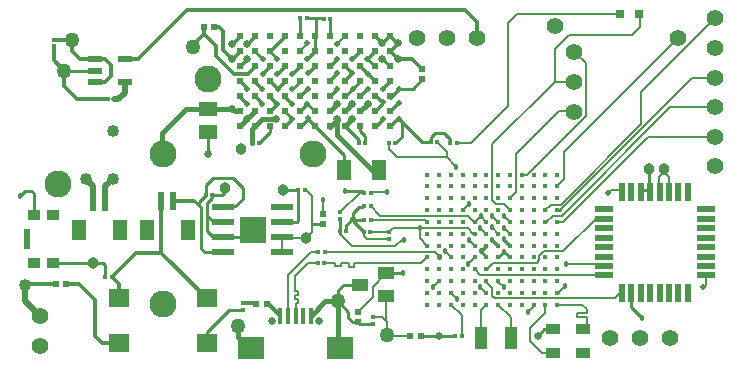
<source format=gtl>
G04 Layer_Physical_Order=1*
G04 Layer_Color=255*
%FSLAX43Y43*%
%MOMM*%
G71*
G01*
G75*
%ADD10R,0.360X0.340*%
%ADD11R,0.340X0.360*%
%ADD12R,1.210X0.590*%
%ADD13C,0.450*%
%ADD14R,1.143X0.889*%
%ADD15R,1.400X1.000*%
%ADD16R,0.550X1.700*%
%ADD17R,1.000X0.900*%
%ADD18R,1.150X1.820*%
%ADD19R,1.200X1.800*%
%ADD20R,0.600X1.550*%
%ADD21R,1.100X1.900*%
%ADD22R,1.670X1.555*%
%ADD23R,0.600X0.540*%
%ADD24R,0.540X0.600*%
%ADD25C,0.610*%
%ADD26R,1.500X1.300*%
%ADD27R,2.300X1.900*%
%ADD28R,0.400X1.400*%
%ADD29R,1.500X0.550*%
%ADD30R,0.550X1.500*%
%ADD31R,1.905X0.559*%
%ADD32R,2.286X2.286*%
%ADD33R,0.800X0.800*%
%ADD34C,0.152*%
%ADD35C,0.254*%
%ADD36C,0.305*%
%ADD37C,0.381*%
%ADD38C,0.508*%
%ADD39C,0.203*%
%ADD40C,1.397*%
%ADD41C,1.270*%
%ADD42C,0.650*%
%ADD43C,2.286*%
%ADD44C,1.016*%
%ADD45C,0.457*%
%ADD46C,0.965*%
%ADD47C,0.508*%
%ADD48C,0.635*%
D10*
X-59284Y28449D02*
D03*
Y27889D02*
D03*
X-30937Y12142D02*
D03*
Y11582D02*
D03*
X-35077Y13259D02*
D03*
Y13819D02*
D03*
X-43282Y5563D02*
D03*
Y6123D02*
D03*
X-32258Y4953D02*
D03*
Y4393D02*
D03*
D11*
X-54737Y23393D02*
D03*
X-54177D02*
D03*
X-36397Y9500D02*
D03*
X-36372Y10465D02*
D03*
X-27375Y19761D02*
D03*
X-26815D02*
D03*
X-38049Y15697D02*
D03*
X-38609D02*
D03*
X-46432Y15291D02*
D03*
X-45872D02*
D03*
X-25189Y19736D02*
D03*
X-25749D02*
D03*
X-25325Y3353D02*
D03*
X-24765D02*
D03*
X-36932Y10465D02*
D03*
X-36957Y9500D02*
D03*
X-54407Y8382D02*
D03*
X-54967D02*
D03*
X-35079Y12268D02*
D03*
X-34519D02*
D03*
X-32435Y15494D02*
D03*
X-32995D02*
D03*
X-30371Y19660D02*
D03*
X-30931D02*
D03*
X-36449Y30226D02*
D03*
X-35889D02*
D03*
X-33478Y19660D02*
D03*
X-32918D02*
D03*
X-42494Y19685D02*
D03*
X-41934D02*
D03*
X-37897Y30251D02*
D03*
X-38457D02*
D03*
X-33020Y13157D02*
D03*
X-32460D02*
D03*
X-32511Y12141D02*
D03*
X-33071D02*
D03*
X-32461Y14326D02*
D03*
X-33021D02*
D03*
D12*
X-53274Y26782D02*
D03*
X-55784Y24882D02*
D03*
Y25832D02*
D03*
X-53274Y24882D02*
D03*
X-55784Y26782D02*
D03*
D13*
X-16673Y6011D02*
D03*
Y7011D02*
D03*
Y8011D02*
D03*
Y9011D02*
D03*
Y10011D02*
D03*
Y11011D02*
D03*
Y12011D02*
D03*
Y13011D02*
D03*
X-17673Y6011D02*
D03*
Y7011D02*
D03*
Y8011D02*
D03*
Y9011D02*
D03*
Y10011D02*
D03*
Y11011D02*
D03*
Y12011D02*
D03*
Y13011D02*
D03*
X-18673Y6011D02*
D03*
Y7011D02*
D03*
Y8011D02*
D03*
Y9011D02*
D03*
Y10011D02*
D03*
Y11011D02*
D03*
Y12011D02*
D03*
Y13011D02*
D03*
X-19673Y6011D02*
D03*
Y7011D02*
D03*
Y8011D02*
D03*
Y9011D02*
D03*
Y10011D02*
D03*
Y11011D02*
D03*
Y12011D02*
D03*
Y13011D02*
D03*
X-20673Y6011D02*
D03*
Y7011D02*
D03*
Y8011D02*
D03*
Y9011D02*
D03*
Y10011D02*
D03*
Y11011D02*
D03*
Y12011D02*
D03*
Y13011D02*
D03*
X-21673Y6011D02*
D03*
Y7011D02*
D03*
Y8011D02*
D03*
Y9011D02*
D03*
Y10011D02*
D03*
Y11011D02*
D03*
Y12011D02*
D03*
Y13011D02*
D03*
X-22673Y6011D02*
D03*
Y7011D02*
D03*
Y8011D02*
D03*
Y9011D02*
D03*
Y10011D02*
D03*
Y11011D02*
D03*
Y12011D02*
D03*
Y13011D02*
D03*
X-23673Y6011D02*
D03*
Y7011D02*
D03*
Y8011D02*
D03*
Y9011D02*
D03*
Y10011D02*
D03*
Y11011D02*
D03*
Y12011D02*
D03*
Y13011D02*
D03*
X-24673Y6011D02*
D03*
Y7011D02*
D03*
Y8011D02*
D03*
Y9011D02*
D03*
Y10011D02*
D03*
Y11011D02*
D03*
Y12011D02*
D03*
Y13011D02*
D03*
X-25673Y6011D02*
D03*
Y7011D02*
D03*
Y8011D02*
D03*
Y9011D02*
D03*
Y10011D02*
D03*
Y11011D02*
D03*
Y12011D02*
D03*
Y13011D02*
D03*
X-26673Y6011D02*
D03*
Y7011D02*
D03*
Y8011D02*
D03*
Y9011D02*
D03*
Y10011D02*
D03*
Y11011D02*
D03*
Y12011D02*
D03*
Y13011D02*
D03*
X-27673Y6011D02*
D03*
Y7011D02*
D03*
Y8011D02*
D03*
Y9011D02*
D03*
Y10011D02*
D03*
Y11011D02*
D03*
Y12011D02*
D03*
Y13011D02*
D03*
X-16673Y14011D02*
D03*
X-17673D02*
D03*
X-18673D02*
D03*
X-19673D02*
D03*
X-20673D02*
D03*
X-21673D02*
D03*
X-22673D02*
D03*
X-23673D02*
D03*
X-24673D02*
D03*
X-25673D02*
D03*
X-26673D02*
D03*
X-27673D02*
D03*
X-16673Y15011D02*
D03*
X-17673D02*
D03*
X-18673D02*
D03*
X-19673D02*
D03*
X-20673D02*
D03*
X-21673D02*
D03*
X-22673D02*
D03*
X-23673D02*
D03*
X-24673D02*
D03*
X-25673D02*
D03*
X-26673D02*
D03*
X-27673D02*
D03*
X-16673Y16011D02*
D03*
X-17673D02*
D03*
X-18673D02*
D03*
X-19673D02*
D03*
X-20673D02*
D03*
X-21673D02*
D03*
X-22673D02*
D03*
X-23673D02*
D03*
X-24673D02*
D03*
X-25673D02*
D03*
X-26673D02*
D03*
X-27673D02*
D03*
X-16673Y17011D02*
D03*
X-17673D02*
D03*
X-18673D02*
D03*
X-19673D02*
D03*
X-20673D02*
D03*
X-21673D02*
D03*
X-22673D02*
D03*
X-23673D02*
D03*
X-24673D02*
D03*
X-25673D02*
D03*
X-26673D02*
D03*
X-27673D02*
D03*
D14*
X-17043Y3962D02*
D03*
X-14503D02*
D03*
X-17043Y1930D02*
D03*
X-14503D02*
D03*
D15*
X-33366Y7706D02*
D03*
X-31166Y8656D02*
D03*
Y6756D02*
D03*
D16*
X-61598Y11582D02*
D03*
D17*
X-60973Y13632D02*
D03*
X-59373D02*
D03*
Y9532D02*
D03*
X-60973D02*
D03*
D18*
X-31752Y17374D02*
D03*
X-34722D02*
D03*
D19*
X-57161Y12294D02*
D03*
X-53670D02*
D03*
X-51395Y12370D02*
D03*
X-47904D02*
D03*
D20*
X-55947Y14728D02*
D03*
X-54947Y14728D02*
D03*
X-50181Y14804D02*
D03*
X-49181Y14804D02*
D03*
D21*
X-23099Y3175D02*
D03*
X-20599D02*
D03*
D22*
X-46330Y2733D02*
D03*
Y6563D02*
D03*
X-53746Y2723D02*
D03*
Y6553D02*
D03*
D23*
X-33553Y5383D02*
D03*
Y4523D02*
D03*
X-36525Y12852D02*
D03*
Y13712D02*
D03*
X-28092Y25932D02*
D03*
Y25072D02*
D03*
D24*
X-29105Y3378D02*
D03*
X-28245D02*
D03*
X-58244Y7722D02*
D03*
X-59104D02*
D03*
X-41279Y6045D02*
D03*
X-42139D02*
D03*
X-45722Y29540D02*
D03*
X-46582D02*
D03*
D25*
X-30836Y28753D02*
D03*
Y27483D02*
D03*
Y26213D02*
D03*
Y24943D02*
D03*
Y23673D02*
D03*
Y22403D02*
D03*
X-32106Y28753D02*
D03*
Y27483D02*
D03*
Y26213D02*
D03*
Y24943D02*
D03*
Y23673D02*
D03*
Y22403D02*
D03*
X-33376Y28753D02*
D03*
Y27483D02*
D03*
Y26213D02*
D03*
Y24943D02*
D03*
Y23673D02*
D03*
Y22403D02*
D03*
X-34646Y28753D02*
D03*
Y27483D02*
D03*
Y26213D02*
D03*
Y24943D02*
D03*
Y23673D02*
D03*
Y22403D02*
D03*
X-35916Y28753D02*
D03*
Y27483D02*
D03*
Y26213D02*
D03*
Y24943D02*
D03*
Y23673D02*
D03*
Y22403D02*
D03*
X-37186Y28753D02*
D03*
Y27483D02*
D03*
Y26213D02*
D03*
Y24943D02*
D03*
Y23673D02*
D03*
Y22403D02*
D03*
X-38456Y28753D02*
D03*
Y27483D02*
D03*
Y26213D02*
D03*
Y24943D02*
D03*
Y23673D02*
D03*
Y22403D02*
D03*
X-39726Y28753D02*
D03*
Y27483D02*
D03*
Y26213D02*
D03*
Y24943D02*
D03*
Y23673D02*
D03*
Y22403D02*
D03*
X-40996Y28753D02*
D03*
Y27483D02*
D03*
Y26213D02*
D03*
Y24943D02*
D03*
Y23673D02*
D03*
Y22403D02*
D03*
X-42266Y28753D02*
D03*
Y27483D02*
D03*
Y26213D02*
D03*
Y24943D02*
D03*
Y23673D02*
D03*
Y22403D02*
D03*
X-30836Y21133D02*
D03*
X-32106D02*
D03*
X-33376D02*
D03*
X-34646D02*
D03*
X-35916D02*
D03*
X-37186D02*
D03*
X-38456D02*
D03*
X-39726D02*
D03*
X-40996D02*
D03*
X-42266D02*
D03*
X-43536Y28753D02*
D03*
Y27483D02*
D03*
Y26213D02*
D03*
Y24943D02*
D03*
Y23673D02*
D03*
Y22403D02*
D03*
Y21133D02*
D03*
D26*
X-46203Y22565D02*
D03*
Y20665D02*
D03*
D27*
X-35061Y2337D02*
D03*
X-42561D02*
D03*
D28*
X-37511Y5087D02*
D03*
X-38161D02*
D03*
X-38811D02*
D03*
X-39461D02*
D03*
X-40111D02*
D03*
D29*
X-4107Y14078D02*
D03*
Y13278D02*
D03*
Y12478D02*
D03*
Y11678D02*
D03*
Y10878D02*
D03*
Y10078D02*
D03*
Y9278D02*
D03*
Y8478D02*
D03*
X-12707D02*
D03*
Y9278D02*
D03*
Y10078D02*
D03*
Y10878D02*
D03*
Y11678D02*
D03*
Y12478D02*
D03*
Y13278D02*
D03*
Y14078D02*
D03*
D30*
X-5607Y6978D02*
D03*
X-6407D02*
D03*
X-7207D02*
D03*
X-8007D02*
D03*
X-8807D02*
D03*
X-9607D02*
D03*
X-10407D02*
D03*
X-11207D02*
D03*
Y15578D02*
D03*
X-10407D02*
D03*
X-9607D02*
D03*
X-8807D02*
D03*
X-8007D02*
D03*
X-7207D02*
D03*
X-6407D02*
D03*
X-5607D02*
D03*
D31*
X-39980Y10439D02*
D03*
Y11709D02*
D03*
Y12979D02*
D03*
Y14249D02*
D03*
X-44958D02*
D03*
Y12979D02*
D03*
Y11709D02*
D03*
Y10439D02*
D03*
D32*
X-42469Y12344D02*
D03*
D33*
X-9716Y30658D02*
D03*
X-11366D02*
D03*
D34*
X-8014Y15578D02*
Y16853D01*
X-37986Y15761D02*
X-37440Y15215D01*
X-32511Y12141D02*
X-30937D01*
X-39954Y10312D02*
Y11684D01*
X-36500Y13712D02*
Y14910D01*
X-15951Y9437D02*
X-12707D01*
X-12126Y15737D02*
X-11207D01*
X-4114Y7672D02*
Y8637D01*
X-38437Y27494D02*
X-38430Y27483D01*
X-23099Y5585D02*
X-22673Y6011D01*
X-32309Y6628D02*
Y7513D01*
X-15850Y22377D02*
X-15367Y22860D01*
X-31166Y4623D02*
Y6756D01*
X-28321Y12497D02*
X-24257D01*
X-7645Y17247D02*
X-7214Y16815D01*
X-23705Y13011D02*
X-23673D01*
X-22174Y19583D02*
X-16866Y24892D01*
X-22174Y14834D02*
Y19583D01*
X-16866Y24892D02*
X-15240D01*
X-16891Y24917D02*
X-16866Y24892D01*
X-16891Y24917D02*
Y27635D01*
X-15646Y28880D02*
X-10338D01*
X-16891Y27635D02*
X-15646Y28880D01*
X-20066Y30632D02*
X-11328D01*
X-23933Y19736D02*
X-20853Y22816D01*
X-25189Y19736D02*
X-23933D01*
X-20853Y29845D02*
X-20066Y30632D01*
X-9703Y29515D02*
Y30607D01*
X-10338Y28880D02*
X-9703Y29515D01*
X-20853Y22816D02*
Y29845D01*
X-9550Y24054D02*
X-3327Y30277D01*
X-9550Y21311D02*
Y24054D01*
X-5232Y25197D02*
X-3327D01*
X-16418Y14011D02*
X-5232Y25197D01*
X-7087Y22758D02*
X-3353D01*
X-8966Y20218D02*
X-3353D01*
X-16383Y14478D02*
X-9550Y21311D01*
X-16173Y13011D02*
X-8966Y20218D01*
X-16307Y13538D02*
X-7087Y22758D01*
X-16673Y13011D02*
X-16173D01*
X-17069Y13538D02*
X-16307D01*
X-17596Y13011D02*
X-17069Y13538D01*
X-17206Y14478D02*
X-16383D01*
X-17673Y14011D02*
X-17206Y14478D01*
X-24673Y14062D02*
X-24181Y14554D01*
X-16673Y16011D02*
X-16078Y16606D01*
X-22174Y14834D02*
X-21844Y14503D01*
X-21165D02*
X-20673Y14011D01*
X-21844Y14503D02*
X-21165D01*
X-19209Y17011D02*
X-14275Y21946D01*
X-19673Y17011D02*
X-19209D01*
X-38437Y27494D02*
X-37897Y28035D01*
X-39726Y22377D02*
Y22403D01*
X-38456Y22352D02*
Y22403D01*
X-43536Y23622D02*
Y23673D01*
X-42266Y24892D02*
Y24943D01*
X-40996Y23622D02*
Y23673D01*
X-39726Y23597D02*
Y23673D01*
X-38456Y24892D02*
Y24943D01*
X-40996Y27457D02*
Y27483D01*
X-37186Y22352D02*
Y22403D01*
X-35916Y24943D02*
Y24994D01*
X-34646Y24943D02*
Y24994D01*
X-37186Y28753D02*
X-37135Y28804D01*
X-33376Y24917D02*
Y24943D01*
X-37897Y28035D02*
Y28143D01*
X-32106Y21133D02*
X-32029D01*
X-35916Y28753D02*
X-35889Y28779D01*
X-30861Y26213D02*
X-30836D01*
Y27483D02*
X-30810D01*
X-30226Y28143D02*
X-30175D01*
X-35306Y28118D02*
X-34671Y28753D01*
X-34646D01*
X-38456Y27483D02*
X-38430D01*
X-43536Y26213D02*
X-43510D01*
X-42951Y25578D02*
X-42901D01*
X-40335Y24282D02*
Y24333D01*
X-37821Y24308D02*
X-37795D01*
X-32106Y23673D02*
X-32055D01*
X-30150Y23089D02*
X-30099D01*
X-32131Y26213D02*
X-32106D01*
X-34646Y23673D02*
X-34620D01*
X-32741Y26822D02*
Y26848D01*
X-34061D02*
X-34011D01*
X-37211Y26213D02*
X-37186D01*
X-41605Y25578D02*
Y25603D01*
X-41631Y26848D02*
X-41605D01*
X-42926Y24308D02*
Y24333D01*
X-37236Y21133D02*
X-37186D01*
X-38456D02*
X-38405D01*
X-39116Y21742D02*
Y21768D01*
X-41681Y23012D02*
Y23089D01*
X-38457Y28754D02*
X-38456Y28753D01*
X-30251Y21717D02*
X-30074D01*
X-32460Y13157D02*
X-27819D01*
X-27673Y13011D01*
X-23099Y3175D02*
Y5585D01*
X-20599Y3175D02*
Y4938D01*
X-24765Y3353D02*
Y5104D01*
X-21673Y6011D02*
X-20599Y4938D01*
X-25673Y6011D02*
X-24765Y5104D01*
X-23673Y9011D02*
X-23196Y8534D01*
X-21673Y7957D02*
X-21209Y7493D01*
X-21184D01*
X-22673Y7941D02*
X-22174Y7442D01*
Y6782D02*
Y7442D01*
Y6782D02*
X-21946Y6553D01*
X-11798D01*
X-22612Y9011D02*
X-22073Y9550D01*
X-18415D01*
X-18186Y9779D01*
Y10135D01*
X-17805Y10516D01*
X-16611Y7011D02*
X-16002Y7620D01*
X-8014Y16853D02*
X-7645Y17221D01*
Y17247D01*
Y17501D01*
X-20673Y15011D02*
X-20168Y15517D01*
Y18771D01*
X-25673Y7011D02*
X-25171Y6510D01*
Y6502D02*
Y6510D01*
X-23673Y13011D02*
X-23666D01*
X-23165Y13513D01*
Y13503D02*
X-22673Y13011D01*
X-23165Y13503D02*
Y13513D01*
X-21673Y13011D02*
Y13011D01*
X-22174Y13513D02*
X-21673Y13011D01*
X-20682Y13011D02*
X-20673D01*
X-21184Y13513D02*
X-20682Y13011D01*
X-23772Y12011D02*
X-23673D01*
X-24257Y12497D02*
X-23772Y12011D01*
X-30937Y12142D02*
X-30583Y12497D01*
X-28321D01*
X-18999Y2972D02*
X-17958Y1930D01*
X-17043D01*
X-17673Y5340D02*
Y6011D01*
X-18999Y2972D02*
Y4013D01*
X-17673Y5340D01*
X-19177Y5359D02*
X-18673Y5864D01*
Y6011D01*
X-23190Y12522D02*
X-22679Y12011D01*
X-22200Y12548D02*
X-21673Y12021D01*
X-20673Y12011D02*
Y12011D01*
X-21184Y12522D02*
X-20673Y12011D01*
X-33071Y11862D02*
Y12141D01*
Y11862D02*
X-32791Y11582D01*
X-30937D01*
X-31166Y6756D02*
Y7163D01*
X-27178Y7518D02*
X-26685Y8011D01*
X-26162Y10516D02*
X-25673Y10026D01*
X-24206Y9478D02*
X-23673Y10011D01*
X-24155Y11494D02*
X-23673Y11011D01*
X-29820Y11506D02*
X-29616D01*
X-35079Y11990D02*
X-34036Y10947D01*
X-30378D01*
X-29820Y11506D01*
X-28321Y11660D02*
X-27673Y11011D01*
X-28321Y11660D02*
Y12497D01*
X-22683Y7011D02*
X-22673D01*
X-23190Y7518D02*
X-22683Y7011D01*
X-35077Y13819D02*
X-33402Y15494D01*
X-32995D01*
X-24206Y13513D02*
X-23705Y13011D01*
X-31648Y13513D02*
X-24206D01*
X-32461Y14326D02*
X-31648Y13513D01*
X-33553Y5383D02*
X-32309Y6628D01*
X-26815Y19761D02*
X-26010Y18956D01*
Y18491D02*
Y18956D01*
Y18491D02*
X-25222Y17704D01*
X-7214Y15737D02*
Y16815D01*
X-16673Y6011D02*
X-14546D01*
X-14173Y5639D01*
X-14961Y4978D02*
X-14173D01*
Y4293D02*
Y4978D01*
X-14961D02*
Y5309D01*
X-14173D01*
Y5639D01*
X-23196Y8534D02*
X-12817D01*
X-4318Y7468D02*
X-4114Y7672D01*
X-37440Y12167D02*
Y15215D01*
X-37922Y11684D02*
X-37440Y12167D01*
X-11798Y6553D02*
X-11214Y7137D01*
X-16078Y16606D02*
Y18974D01*
X-6477Y28575D01*
X-15240Y27432D02*
X-14275Y26467D01*
Y21946D02*
Y26467D01*
X-20168Y18771D02*
X-16561Y22377D01*
X-15850D01*
X-12395Y15469D02*
X-12126Y15737D01*
X-17805Y10516D02*
X-16154D01*
X-13233Y13437D01*
X-12714D01*
X-32258Y4953D02*
X-31496D01*
X-31115Y3404D02*
Y4572D01*
X-32309Y7513D02*
X-31166Y8656D01*
X-32435Y15494D02*
X-32409Y15519D01*
X-31064D01*
X-30931Y19170D02*
Y19660D01*
Y19170D02*
X-30251Y18491D01*
X-26010D01*
X-39954Y11684D02*
X-37922D01*
X-31115Y3404D02*
X-30912Y3378D01*
X-29105D01*
X-31166Y4623D02*
X-31115Y4572D01*
X-31496Y4953D02*
X-31166Y4623D01*
D35*
X-30836Y23520D02*
X-30048Y24308D01*
X-32055Y23673D02*
X-31445Y23063D01*
X-9614Y15737D02*
X-8814D01*
X-33376Y23673D02*
X-32728Y24320D01*
X-37770Y21768D02*
X-34722Y18720D01*
X-38456Y21031D02*
X-37770Y21717D01*
X-46228Y20615D02*
X-46177Y20665D01*
X-59373Y9532D02*
X-55125D01*
X-41199Y21133D02*
X-41165Y21057D01*
X-34646Y15596D02*
X-33096D01*
X-33985Y13767D02*
X-33452Y14300D01*
X-29820Y21463D02*
X-28118Y19761D01*
X-8915Y15839D02*
Y17475D01*
X-46330Y3708D02*
X-44475Y5563D01*
X-31496Y28143D02*
X-30886Y28753D01*
X-30836D01*
Y27483D02*
X-30175Y28143D01*
X-38609Y13080D02*
Y15697D01*
X-58420Y25832D02*
X-55784D01*
X-17673Y13011D02*
X-17596D01*
X-16673Y14011D02*
X-16418D01*
X-24673D02*
Y14062D01*
X-61189Y15646D02*
X-60973Y15430D01*
Y13632D02*
Y15430D01*
X-20673Y16011D02*
Y16025D01*
X-34722Y17374D02*
Y18720D01*
X-34646Y21133D02*
X-33478Y19966D01*
X-43510Y26213D02*
X-42901Y26822D01*
X-30810Y27483D02*
X-30175Y26848D01*
X-32106Y28753D02*
X-31496Y28143D01*
X-30836Y28753D02*
X-30226Y28143D01*
X-33376Y20726D02*
Y21133D01*
X-39726D02*
X-39116Y21742D01*
X-39726Y22377D02*
X-39116Y21768D01*
X-40996Y22403D02*
X-40386Y23012D01*
X-38456Y21031D02*
Y21133D01*
Y22403D02*
X-37821Y23038D01*
X-43536Y23622D02*
X-42926Y23012D01*
X-42266Y23673D02*
X-41681Y23089D01*
X-43536Y24943D02*
X-42926Y24333D01*
X-42266Y24892D02*
X-41681Y24308D01*
X-40996Y23622D02*
X-40386Y23012D01*
X-40996Y24943D02*
X-40335Y24282D01*
X-39726Y23597D02*
X-39116Y22987D01*
X-38456Y23673D02*
X-37821Y24308D01*
X-42266Y27483D02*
X-41631Y26848D01*
X-40996Y27457D02*
X-40386Y26848D01*
X-40996Y27483D02*
X-39726Y28753D01*
X-30836Y21133D02*
X-30251Y21717D01*
X-32106Y22403D02*
X-31445Y23063D01*
X-30836Y22403D02*
X-30150Y23089D01*
X-35916Y23673D02*
X-35281Y24308D01*
X-35916Y24994D02*
X-35306Y25603D01*
X-34620Y23673D02*
X-33985Y24308D01*
X-34646Y24994D02*
X-34036Y25603D01*
X-37186Y27483D02*
Y28753D01*
X-35916Y26213D02*
X-35281Y26848D01*
X-34646Y26213D02*
X-34036Y25603D01*
X-30836Y23520D02*
Y23673D01*
X-33376Y26213D02*
X-32715Y25552D01*
X-44475Y5563D02*
X-43282D01*
X-33985Y13056D02*
X-33071Y12141D01*
X-33985Y13056D02*
Y13259D01*
X-33884Y13157D01*
X-33020D01*
X-42799Y2337D02*
X-42561D01*
X-35079Y11990D02*
Y12268D01*
X-35077Y12269D01*
Y13259D01*
X-34519Y12725D02*
X-33985Y13259D01*
X-34519Y12268D02*
Y12725D01*
X-33452Y14300D02*
X-33096D01*
X-33985Y13259D02*
Y13767D01*
X-54967Y8382D02*
Y9374D01*
X-32918Y19660D02*
Y20269D01*
X-33376Y20726D02*
X-32918Y20269D01*
X-33478Y19660D02*
Y19966D01*
X-31471Y26822D02*
X-30861Y26213D01*
X-32728Y24320D02*
X-32715Y24308D01*
X-31445Y24333D02*
X-30836Y24943D01*
X-31445Y24308D02*
Y24333D01*
X-35889Y28779D02*
Y30226D01*
X-37135Y30251D02*
X-36474D01*
X-37897D02*
X-37135D01*
Y28804D02*
Y30251D01*
X-36474D02*
X-36449Y30226D01*
X-38457Y28754D02*
Y30251D01*
X-42901Y28118D02*
X-42266Y28753D01*
X-39091Y24257D02*
X-38456Y24892D01*
X-40335Y24333D02*
X-39726Y24943D01*
X-41605Y25603D02*
X-40996Y26213D01*
X-40361Y25578D02*
X-39726Y26213D01*
X-39091Y25578D02*
X-38456Y26213D01*
X-33985Y24308D02*
X-33376Y24917D01*
X-32741Y26848D02*
X-32106Y27483D01*
X-44221Y26797D02*
X-43536Y27483D01*
X-44247Y26797D02*
X-44221D01*
Y28067D02*
X-43536Y28753D01*
X-44221Y28042D02*
Y28067D01*
X-37846Y26822D02*
X-37186Y27483D01*
X-37821Y23038D02*
X-37186Y22403D01*
X-32715Y25552D02*
X-32106Y24943D01*
X-32741Y26822D02*
X-32131Y26213D01*
X-34011Y26848D02*
X-33376Y27483D01*
X-42901Y25578D02*
X-42266Y26213D01*
X-32029Y21133D02*
X-31445Y21717D01*
X-37770Y25654D02*
X-37211Y26213D01*
X-46330Y2733D02*
Y3708D01*
X-42216Y6123D02*
X-42139Y6045D01*
X-40462Y21742D02*
X-40361Y21641D01*
X-33423Y4393D02*
X-32258D01*
X-33553Y4523D02*
X-33423Y4393D01*
X-35255Y6225D02*
Y6299D01*
X-33987Y4523D02*
X-33553D01*
X-34366Y4902D02*
X-33987Y4523D01*
X-34366Y4902D02*
Y5410D01*
X-35255Y6299D02*
X-34366Y5410D01*
X-28245Y3378D02*
X-28219Y3353D01*
X-21673Y7957D02*
Y8011D01*
X-22673Y7941D02*
Y8011D01*
Y9011D02*
X-22612D01*
X-17755Y3962D02*
X-17043D01*
X-18339Y3378D02*
X-17755Y3962D01*
X-16673Y7011D02*
X-16611D01*
X-25350Y3378D02*
X-25325Y3353D01*
X-28245Y3378D02*
X-26645D01*
X-25350D01*
X-22679Y12011D02*
X-22673D01*
X-21673D02*
Y12021D01*
X-21679Y11011D02*
X-21673D01*
X-22174Y11506D02*
X-21679Y11011D01*
X-21184Y11522D02*
X-20673Y11011D01*
X-21184Y11522D02*
Y11532D01*
X-20705Y10011D02*
X-20673D01*
X-21184Y10490D02*
X-20705Y10011D01*
X-21673D02*
X-21662D01*
X-21184Y10490D01*
X-23165Y10519D02*
X-22673Y11011D01*
X-23165Y10516D02*
Y10519D01*
X-22673Y10011D02*
Y10024D01*
X-23165Y10516D02*
X-22673Y10024D01*
X-26685Y8011D02*
X-26673D01*
X-25673Y10011D02*
Y10026D01*
X-31166Y8656D02*
X-29713D01*
X-33096Y15596D02*
X-32995Y15494D01*
X-28118Y19761D02*
X-27375D01*
X-30371Y19660D02*
X-29820Y20211D01*
Y21463D01*
X-30074Y21717D02*
X-29820Y21463D01*
X-41934Y19685D02*
X-40996Y20624D01*
Y21133D01*
X-37770Y21768D02*
Y21844D01*
Y21717D02*
Y21768D01*
X-14503Y3962D02*
X-14173Y4293D01*
X-47015Y14427D02*
Y14708D01*
X-46432Y15291D01*
Y16102D01*
X-45822Y16713D01*
X-44094D01*
X-44958Y14249D02*
X-44882Y14326D01*
X-44094Y16713D02*
X-43282Y15900D01*
X-44882Y14326D02*
X-43942D01*
X-43282Y14986D01*
Y15900D01*
X-37389Y12852D02*
X-36525D01*
X-47015Y14427D02*
X-46812Y14224D01*
X-45872Y15011D02*
Y15291D01*
X-46304Y14580D02*
X-45872Y15011D01*
X-39980Y12979D02*
X-38710D01*
X-46812Y10719D02*
Y14224D01*
X-12817Y8534D02*
X-12714Y8637D01*
X-39853Y15697D02*
X-38609D01*
X-39878Y15723D02*
X-39853Y15697D01*
X-55125Y9532D02*
X-54967Y9374D01*
X-62128Y15240D02*
X-61722Y15646D01*
X-61189D01*
X-30048Y24308D02*
X-28856D01*
X-28092Y25072D01*
X-8915Y15839D02*
X-8814Y15737D01*
X-10414Y5842D02*
X-9474Y4902D01*
X-10414Y5842D02*
Y6978D01*
X-35255Y6299D02*
Y7214D01*
X-34762Y7706D01*
X-33366D01*
X-26264Y20523D02*
X-25749Y20009D01*
Y19736D02*
Y20009D01*
X-27354Y19850D02*
Y20169D01*
X-27000Y20523D01*
X-26264D01*
X-46304Y13538D02*
X-45745Y12979D01*
X-44958D01*
X-46304Y13538D02*
Y14580D01*
Y12217D02*
Y13538D01*
Y12217D02*
X-45796Y11709D01*
X-44958D01*
X-43104D01*
X-42469Y12344D01*
X-38710Y12979D02*
X-38609Y13080D01*
X-46812Y10719D02*
X-46533Y10439D01*
X-44958D01*
X-47392Y14804D02*
X-47015Y14427D01*
X-45872Y15291D02*
X-45034D01*
X-44780Y15545D01*
Y15850D01*
X-46228Y18796D02*
Y20615D01*
D36*
X-47647Y27864D02*
X-46582Y28929D01*
X-54407Y8382D02*
X-52374Y10415D01*
X-61722Y7722D02*
X-59104D01*
X-61773Y7671D02*
X-61722Y7722D01*
X-55804Y3353D02*
Y6375D01*
X-57150Y7722D02*
X-55804Y6375D01*
X-58141Y7722D02*
X-57150D01*
X-55174Y2723D02*
X-53746D01*
X-55804Y3353D02*
X-55174Y2723D01*
X-24486Y30937D02*
X-23495Y29947D01*
X-48057Y30937D02*
X-24486D01*
X-52187Y26807D02*
X-48057Y30937D01*
X-57302Y23393D02*
X-54737D01*
X-58420Y24511D02*
X-57302Y23393D01*
X-58420Y24511D02*
Y25832D01*
X-59284Y26695D02*
X-58420Y25832D01*
X-59284Y26695D02*
Y27889D01*
Y28449D02*
X-57781D01*
X-47647Y27864D02*
X-47473D01*
X-57079Y26782D02*
X-55784D01*
X-57780Y27483D02*
X-57079Y26782D01*
X-57780Y27483D02*
Y28448D01*
X-23495Y28575D02*
Y29947D01*
X-55784Y24882D02*
X-54920D01*
X-54427Y25375D01*
Y26264D01*
X-54946Y26782D02*
X-54427Y26264D01*
X-55784Y26782D02*
X-54946D01*
X-53274D02*
X-52233D01*
X-41279Y6045D02*
X-41070D01*
X-53746Y6553D02*
Y7722D01*
X-54407Y8382D02*
X-53746Y7722D01*
X-43282Y6123D02*
X-42216D01*
X-41070Y6045D02*
X-40111Y5087D01*
X-45009Y27559D02*
X-44247Y26797D01*
X-45722Y29540D02*
X-45339D01*
X-45009Y29210D01*
Y27559D02*
Y29210D01*
X-45568Y27102D02*
X-44044Y25578D01*
X-42951D01*
X-50181Y10415D02*
X-46330Y6563D01*
X-46582Y28929D02*
Y29540D01*
Y28929D02*
X-45568Y27915D01*
Y27102D02*
Y27915D01*
X-30175Y26848D02*
X-29009D01*
X-28092Y25932D01*
X-49181Y14804D02*
X-47392D01*
X-52374Y10415D02*
X-50181D01*
Y14804D01*
D37*
X-35331Y21615D02*
X-35268Y21679D01*
X-35916Y21031D02*
X-35331Y21615D01*
X-44221Y22631D02*
X-43993Y22403D01*
X-46137Y22631D02*
X-46086Y22581D01*
X-50114Y18720D02*
Y20574D01*
X-35255Y2531D02*
Y6225D01*
X-50114Y20574D02*
X-48123Y22565D01*
X-46203D01*
X-32360Y17374D02*
X-31752D01*
X-35331Y20345D02*
X-32360Y17374D01*
X-35916Y22403D02*
X-35281Y23038D01*
X-34646Y21133D02*
X-34011Y21768D01*
X-34646Y22403D02*
X-34036Y23012D01*
X-33350Y22403D02*
X-32715Y23038D01*
X-43536Y21133D02*
Y21158D01*
X-42266Y21133D02*
Y21158D01*
X-43536Y21133D02*
X-42901Y21768D01*
X-42266Y21158D02*
X-41681Y21742D01*
X-33376Y22403D02*
X-33350D01*
X-42901Y21768D02*
X-42266Y22403D01*
X-35331Y21742D02*
X-35268Y21679D01*
X-35331Y20345D02*
Y21615D01*
Y21742D01*
X-43713Y3251D02*
X-42799Y2337D01*
X-43713Y3251D02*
Y4166D01*
X-36299Y6299D02*
X-35255D01*
X-43993Y22403D02*
X-43536D01*
X-41681Y21742D02*
X-40462D01*
X-46203Y22565D02*
X-46137Y22631D01*
X-35255Y2531D02*
X-35061Y2337D01*
X-46086Y22581D02*
X-44221D01*
Y22631D01*
X-26673Y10011D02*
Y10087D01*
X-42494Y19685D02*
Y20904D01*
X-42266Y21133D01*
X-37511Y5087D02*
X-36299Y6299D01*
D38*
X-54177Y23393D02*
X-53823D01*
X-57781Y28449D02*
X-57780Y28448D01*
X-53274Y23942D02*
Y24882D01*
X-53823Y23393D02*
X-53274Y23942D01*
X-61773Y6350D02*
X-60503Y5080D01*
X-61773Y6350D02*
Y7671D01*
X-54947Y14728D02*
Y16046D01*
X-54305Y16688D01*
X-56591D02*
X-55947Y16043D01*
Y14728D02*
Y16043D01*
D39*
X-38608Y6807D02*
Y7137D01*
X-38887D02*
X-38608D01*
Y6147D02*
Y6477D01*
X-38811Y6147D02*
X-38608D01*
X-38811Y5087D02*
Y6147D01*
X-39461Y5087D02*
Y8545D01*
X-37541Y10465D01*
X-36932D01*
X-38887Y7137D02*
Y8407D01*
X-38913Y6477D02*
X-38608D01*
X-38913D02*
Y6807D01*
X-38608D01*
X-37795Y9500D02*
X-36957D01*
X-38887Y8407D02*
X-37795Y9500D01*
X-36372Y10465D02*
X-27051D01*
X-26673Y10087D01*
X-33858Y9500D02*
X-28185D01*
X-27673Y10011D01*
X-36397Y9500D02*
X-35484D01*
X-34950D02*
X-34341D01*
X-35484Y9271D02*
Y9500D01*
Y9271D02*
X-34950D01*
Y9500D01*
X-34341Y9220D02*
Y9500D01*
Y9220D02*
X-33858D01*
Y9500D01*
D40*
X-60503Y2540D02*
D03*
Y5080D02*
D03*
X-16891Y29591D02*
D03*
X-3353Y22758D02*
D03*
Y20218D02*
D03*
X-3327Y17780D02*
D03*
Y30277D02*
D03*
Y27737D02*
D03*
Y25197D02*
D03*
X-7112Y3175D02*
D03*
X-6477Y28575D02*
D03*
X-9652Y3175D02*
D03*
X-12192D02*
D03*
X-15240Y22352D02*
D03*
Y24892D02*
D03*
Y27432D02*
D03*
X-23495Y28575D02*
D03*
X-26035D02*
D03*
X-28575D02*
D03*
D41*
X-31115Y3404D02*
D03*
X-47473Y27864D02*
D03*
X-57780Y28448D02*
D03*
X-58420Y25832D02*
D03*
X-43713Y4166D02*
D03*
X-35255Y6299D02*
D03*
D42*
X-36811Y4587D02*
D03*
X-40811D02*
D03*
D43*
X-37389Y18796D02*
D03*
X-46279Y25146D02*
D03*
X-50089Y6096D02*
D03*
X-58979Y16256D02*
D03*
X-50089Y18796D02*
D03*
D44*
X-54305Y20701D02*
D03*
X-61773Y7671D02*
D03*
X-56591Y16688D02*
D03*
X-54305D02*
D03*
D45*
X-24181Y14554D02*
D03*
X-62128Y15240D02*
D03*
X-9474Y4902D02*
D03*
X-15951Y9437D02*
D03*
X-21184Y7493D02*
D03*
X-19177Y5359D02*
D03*
X-16002Y7620D02*
D03*
X-25171Y6502D02*
D03*
X-23165Y13513D02*
D03*
X-22174D02*
D03*
X-21184D02*
D03*
X-23190Y12522D02*
D03*
X-22200Y12548D02*
D03*
X-21184Y12522D02*
D03*
X-28321Y12497D02*
D03*
X-22174Y11506D02*
D03*
X-21184Y11532D02*
D03*
Y10490D02*
D03*
X-23165Y10516D02*
D03*
X-27178Y7518D02*
D03*
X-26162Y10516D02*
D03*
X-24206Y9478D02*
D03*
X-24155Y11494D02*
D03*
X-29616Y11506D02*
D03*
X-23190Y7518D02*
D03*
X-31064Y15519D02*
D03*
X-29713Y8656D02*
D03*
X-34646Y15596D02*
D03*
X-25222Y17704D02*
D03*
X-36474Y14910D02*
D03*
D46*
X-56007Y9576D02*
D03*
X-7645Y17501D02*
D03*
X-8915Y17475D02*
D03*
X-43459Y19177D02*
D03*
X-37922Y11684D02*
D03*
X-39878Y15723D02*
D03*
X-44780Y15850D02*
D03*
D47*
X-33985Y13259D02*
D03*
X-37897Y28143D02*
D03*
X-35306Y28118D02*
D03*
X-37846Y26822D02*
D03*
X-37821Y23038D02*
D03*
X-41681Y23012D02*
D03*
X-42926D02*
D03*
X-40386D02*
D03*
X-35306Y25603D02*
D03*
X-34036D02*
D03*
X-32715Y25552D02*
D03*
X-35281Y26848D02*
D03*
X-34061D02*
D03*
X-32741Y26822D02*
D03*
X-30048Y24308D02*
D03*
X-31445Y23139D02*
D03*
X-30099Y23089D02*
D03*
X-31445Y21717D02*
D03*
Y24308D02*
D03*
X-32715D02*
D03*
X-33985D02*
D03*
X-35281D02*
D03*
X-39116Y21768D02*
D03*
X-37795Y24308D02*
D03*
X-37770Y25654D02*
D03*
X-39091Y25578D02*
D03*
Y24257D02*
D03*
X-40335Y24282D02*
D03*
X-40361Y25578D02*
D03*
X-40386Y26848D02*
D03*
X-41605D02*
D03*
X-41681Y24308D02*
D03*
X-41605Y25578D02*
D03*
X-42926Y24308D02*
D03*
X-30074Y21717D02*
D03*
X-39116Y22987D02*
D03*
X-4318Y7468D02*
D03*
X-12395Y15469D02*
D03*
X-37770Y21844D02*
D03*
D48*
X-30175Y26848D02*
D03*
Y28143D02*
D03*
X-31471Y26822D02*
D03*
X-31496Y28143D02*
D03*
X-42901Y28118D02*
D03*
X-44247Y26797D02*
D03*
X-44221Y28042D02*
D03*
X-42901Y26822D02*
D03*
X-32715Y23038D02*
D03*
X-34036Y23012D02*
D03*
X-35281Y23038D02*
D03*
X-34011Y21768D02*
D03*
X-42901D02*
D03*
X-35331Y21742D02*
D03*
X-40462D02*
D03*
X-44221Y22581D02*
D03*
X-18339Y3378D02*
D03*
X-26645D02*
D03*
X-46228Y18796D02*
D03*
M02*

</source>
